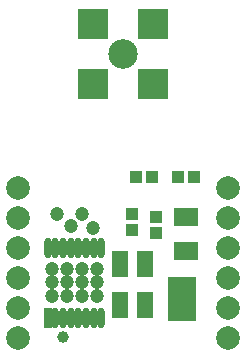
<source format=gts>
%FSAX44Y44*%
%MOMM*%
G71*
G01*
G75*
G04 Layer_Color=8388736*
%ADD10R,0.8000X0.9000*%
%ADD11R,0.9000X0.8000*%
%ADD12R,1.2000X2.0000*%
%ADD13O,0.4500X1.5000*%
%ADD14R,0.4500X1.5000*%
%ADD15R,1.8000X1.3000*%
%ADD16C,0.2000*%
%ADD17C,0.3000*%
%ADD18C,0.4000*%
%ADD19C,0.7000*%
%ADD20C,0.5000*%
%ADD21R,2.4130X3.6830*%
%ADD22C,2.3000*%
%ADD23R,2.4400X2.4400*%
%ADD24R,2.4400X2.4400*%
%ADD25C,1.0000*%
%ADD26C,1.8000*%
%ADD27C,0.8000*%
%ADD28C,0.6000*%
%ADD29C,0.2540*%
%ADD30C,0.1500*%
%ADD31C,0.1000*%
%ADD32R,1.0032X1.1032*%
%ADD33R,1.1032X1.0032*%
%ADD34R,1.4032X2.2032*%
%ADD35O,0.6532X1.7032*%
%ADD36R,0.6532X1.7032*%
%ADD37R,2.0032X1.5032*%
%ADD38C,2.5032*%
%ADD39R,2.6432X2.6432*%
%ADD40R,2.6432X2.6432*%
%ADD41C,1.2032*%
%ADD42C,2.0032*%
%ADD43C,1.0032*%
D21*
X00050165Y00047625D02*
D03*
D32*
X00046340Y00151130D02*
D03*
X00060340D02*
D03*
X00024780Y00151130D02*
D03*
X00010780D02*
D03*
D33*
X00007460Y00105730D02*
D03*
Y00119730D02*
D03*
X00027940Y00103490D02*
D03*
Y00117490D02*
D03*
D34*
X-00002130Y00042190D02*
D03*
X00018370D02*
D03*
Y00077690D02*
D03*
X-00002130D02*
D03*
D35*
X-00018160Y00090450D02*
D03*
X-00024660D02*
D03*
X-00031160D02*
D03*
X-00037660D02*
D03*
X-00044160D02*
D03*
X-00050660D02*
D03*
X-00057160D02*
D03*
X-00063660D02*
D03*
X-00018160Y00031450D02*
D03*
X-00024660D02*
D03*
X-00031160D02*
D03*
X-00037660D02*
D03*
X-00044160D02*
D03*
X-00050660D02*
D03*
X-00057160D02*
D03*
D36*
X-00063660D02*
D03*
D37*
X00053340Y00088370D02*
D03*
Y00117370D02*
D03*
D38*
X00000000Y00255270D02*
D03*
D39*
X-00025400Y00280670D02*
D03*
Y00229870D02*
D03*
D40*
X00025400Y00280670D02*
D03*
Y00229870D02*
D03*
D41*
X-00059850Y00073090D02*
D03*
X-00025400Y00107950D02*
D03*
X-00034450Y00050230D02*
D03*
X-00059850D02*
D03*
Y00061660D02*
D03*
X-00047150Y00050230D02*
D03*
Y00061660D02*
D03*
X-00034450D02*
D03*
Y00073090D02*
D03*
X-00021753Y00061750D02*
D03*
Y00073090D02*
D03*
X-00044160Y00109740D02*
D03*
X-00021750Y00050230D02*
D03*
X-00047150Y00073090D02*
D03*
X-00055880Y00119380D02*
D03*
X-00034290D02*
D03*
D42*
X00088740Y00116540D02*
D03*
Y00141940D02*
D03*
Y00065740D02*
D03*
Y00040340D02*
D03*
Y00014964D02*
D03*
X-00089060Y00091140D02*
D03*
Y00065740D02*
D03*
X-00089043Y00040340D02*
D03*
X-00089060Y00014940D02*
D03*
X00088740Y00091140D02*
D03*
X-00089060Y00141940D02*
D03*
Y00116540D02*
D03*
D43*
X-00050800Y00015240D02*
D03*
M02*

</source>
